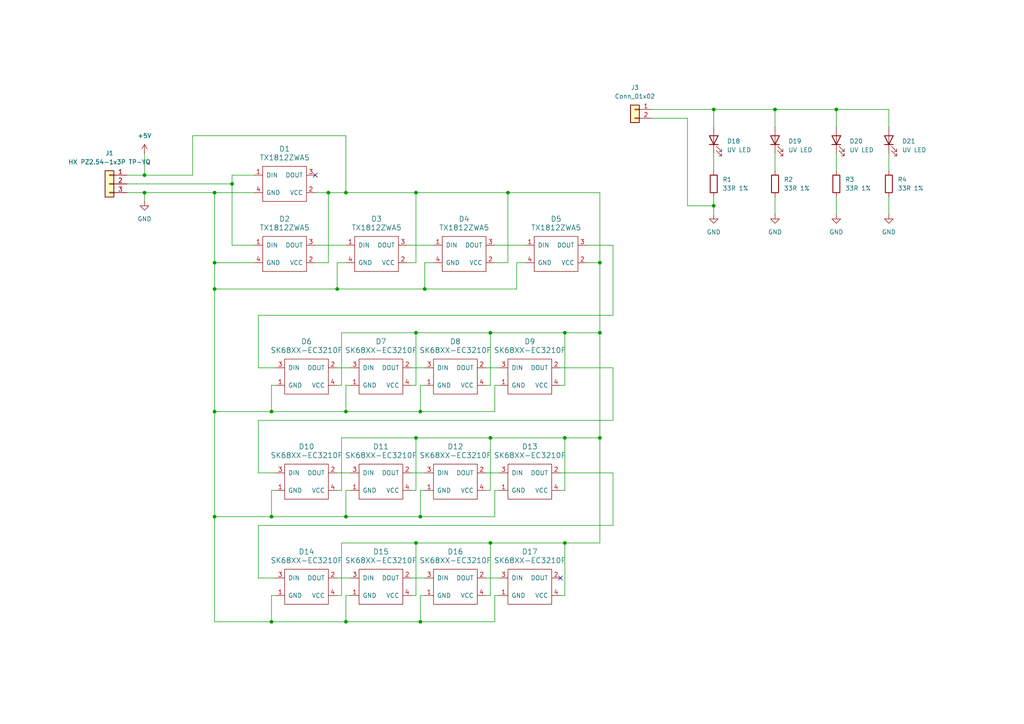
<source format=kicad_sch>
(kicad_sch (version 20231120) (generator "eeschema") (generator_version "8.0")
  (paper "A4")
  (lib_symbols
    (symbol "Connector_Generic:Conn_01x02" (pin_names (offset 1.016) hide)
      (property "Reference" "J" (at 0 2.54 0))
      (property "Value" "Conn_01x02" (at 0 -5.08 0))
      (symbol "Conn_01x02_1_1"
        (rectangle (start -1.27 -2.413) (end 0 -2.667) (stroke (width 0.1524)))
        (rectangle (start -1.27 0.127) (end 0 -0.127) (stroke (width 0.1524)))
        (rectangle (start -1.27 1.27) (end 1.27 -3.81) (stroke (width 0.254)) (fill (type background)))
        (pin passive line (at -5.08 0 0) (length 3.81) (name "Pin_1") (number "1"))
        (pin passive line (at -5.08 -2.54 0) (length 3.81) (name "Pin_2") (number "2"))
      )
    )
    (symbol "Connector_Generic:Conn_01x03" (pin_names (offset 1.016) hide)
      (property "Reference" "J" (at 0 5.08 0))
      (property "Value" "Conn_01x03" (at 0 -5.08 0))
      (symbol "Conn_01x03_1_1"
        (rectangle (start -1.27 -2.413) (end 0 -2.667) (stroke (width 0.1524)))
        (rectangle (start -1.27 0.127) (end 0 -0.127) (stroke (width 0.1524)))
        (rectangle (start -1.27 2.667) (end 0 2.413) (stroke (width 0.1524)))
        (rectangle (start -1.27 3.81) (end 1.27 -3.81) (stroke (width 0.254)) (fill (type background)))
        (pin passive line (at -5.08 2.54 0) (length 3.81) (name "Pin_1") (number "1"))
        (pin passive line (at -5.08 0 0) (length 3.81) (name "Pin_2") (number "2"))
        (pin passive line (at -5.08 -2.54 0) (length 3.81) (name "Pin_3") (number "3"))
      )
    )
    (symbol "Device:LED" (pin_numbers hide) (pin_names (offset 1.016) hide)
      (property "Reference" "D" (at 0 2.54 0))
      (property "Value" "LED" (at 0 -2.54 0))
      (symbol "LED_0_1"
        (polyline (pts (xy -1.27 -1.27) (xy -1.27 1.27)) (stroke (width 0.254)))
        (polyline (pts (xy -1.27 0) (xy 1.27 0)))
        (polyline (pts (xy 1.27 -1.27) (xy 1.27 1.27) (xy -1.27 0) (xy 1.27 -1.27)) (stroke (width 0.254)))
        (polyline (pts (xy -3.048 -0.762) (xy -4.572 -2.286) (xy -3.81 -2.286) (xy -4.572 -2.286) (xy -4.572 -1.524)))
        (polyline (pts (xy -1.778 -0.762) (xy -3.302 -2.286) (xy -2.54 -2.286) (xy -3.302 -2.286) (xy -3.302 -1.524)))
      )
      (symbol "LED_1_1"
        (pin passive line (at -3.81 0 0) (length 2.54) (name "K") (number "1"))
        (pin passive line (at 3.81 0 180) (length 2.54) (name "A") (number "2"))
      )
    )
    (symbol "Device:R" (pin_numbers hide) (pin_names (offset 0))
      (property "Reference" "R" (at 2.032 0 90))
      (property "Value" "R" (at 0 0 90))
      (symbol "R_0_1"
        (rectangle (start -1.016 -2.54) (end 1.016 2.54) (stroke (width 0.254)))
      )
      (symbol "R_1_1"
        (pin passive line (at 0 3.81 270) (length 1.27) (name "~") (number "1"))
        (pin passive line (at 0 -3.81 90) (length 1.27) (name "~") (number "2"))
      )
    )
    (symbol "Pixels-dice:SK68XX-EC3210F" (pin_names (offset 1.016))
      (property "Reference" "D" (at 0 -6.35 0))
      (property "Value" "SK68XX-EC3210F" (at 0 6.35 0))
      (symbol "SK68XX-EC3210F_0_1"
        (rectangle (start -6.35 5.08) (end 6.35 -5.08))
      )
      (symbol "SK68XX-EC3210F_1_1"
        (pin power_in line (at -8.89 -2.54 0) (length 2.54) (name "GND") (number "1"))
        (pin output line (at 8.89 2.54 180) (length 2.54) (name "DOUT") (number "2"))
        (pin input line (at -8.89 2.54 0) (length 2.54) (name "DIN") (number "3"))
        (pin power_in line (at 8.89 -2.54 180) (length 2.54) (name "VCC") (number "4"))
      )
    )
    (symbol "Pixels-dice:TX1812Z_2020" (pin_names (offset 1.016))
      (property "Reference" "D" (at 0 -6.35 0))
      (property "Value" "TX1812Z-2020" (at 0 6.35 0))
      (symbol "TX1812Z_2020_0_1"
        (rectangle (start -6.35 5.08) (end 6.35 -5.08))
      )
      (symbol "TX1812Z_2020_1_1"
        (pin input line (at -8.89 2.54 0) (length 2.54) (name "DIN") (number "1"))
        (pin power_in line (at 8.89 -2.54 180) (length 2.54) (name "VCC") (number "2"))
        (pin output line (at 8.89 2.54 180) (length 2.54) (name "DOUT") (number "3"))
        (pin power_in line (at -8.89 -2.54 0) (length 2.54) (name "GND") (number "4"))
      )
    )
    (symbol "power:+5V" (power) (pin_numbers hide) (pin_names (offset 0) hide)
      (property "Value" "+5V" (at 0 3.556 0))
      (symbol "+5V_0_1"
        (polyline (pts (xy -0.762 1.27) (xy 0 2.54)))
        (polyline (pts (xy 0 0) (xy 0 2.54)))
        (polyline (pts (xy 0 2.54) (xy 0.762 1.27)))
      )
      (symbol "+5V_1_1"
        (pin power_in line (at 0 0 90) (length 0) (name "~") (number "1"))
      )
    )
    (symbol "power:GND" (power) (pin_numbers hide) (pin_names (offset 0) hide)
      (property "Value" "GND" (at 0 -3.81 0))
      (symbol "GND_0_1"
        (polyline (pts (xy 0 0) (xy 0 -1.27) (xy 1.27 -1.27) (xy 0 -2.54) (xy -1.27 -1.27) (xy 0 -1.27)))
      )
      (symbol "GND_1_1"
        (pin power_in line (at 0 0 270) (length 0) (name "~") (number "1"))
      )
    )
  )
  (junction (at 95.25 55.88))
  (junction (at 142.24 157.48))
  (junction (at 62.23 119.38))
  (junction (at 78.74 149.86))
  (junction (at 120.65 157.48))
  (junction (at 121.92 180.34))
  (junction (at 78.74 180.34))
  (junction (at 120.65 55.88))
  (junction (at 123.19 83.82))
  (junction (at 147.32 55.88))
  (junction (at 120.65 127))
  (junction (at 121.92 119.38))
  (junction (at 142.24 96.52))
  (junction (at 207.01 31.75))
  (junction (at 62.23 76.2))
  (junction (at 41.91 50.8))
  (junction (at 100.33 119.38))
  (junction (at 100.33 55.88))
  (junction (at 173.99 76.2))
  (junction (at 163.83 157.48))
  (junction (at 121.92 149.86))
  (junction (at 242.57 31.75))
  (junction (at 67.31 53.34))
  (junction (at 142.24 127))
  (junction (at 78.74 119.38))
  (junction (at 62.23 83.82))
  (junction (at 62.23 55.88))
  (junction (at 207.01 59.69))
  (junction (at 120.65 96.52))
  (junction (at 100.33 149.86))
  (junction (at 100.33 180.34))
  (junction (at 41.91 55.88))
  (junction (at 163.83 96.52))
  (junction (at 163.83 127))
  (junction (at 97.79 83.82))
  (junction (at 224.79 31.75))
  (junction (at 173.99 127))
  (junction (at 173.99 96.52))
  (junction (at 62.23 149.86))
  (no_connect (at 162.56 167.64))
  (no_connect (at 91.44 50.8))
  (wire (pts (xy 99.06 127) (xy 99.06 142.24)))
  (wire (pts (xy 100.33 55.88) (xy 95.25 55.88)))
  (wire (pts (xy 62.23 119.38) (xy 62.23 149.86)))
  (wire (pts (xy 149.86 83.82) (xy 149.86 76.2)))
  (wire (pts (xy 119.38 167.64) (xy 123.19 167.64)))
  (wire (pts (xy 142.24 127) (xy 120.65 127)))
  (wire (pts (xy 173.99 96.52) (xy 163.83 96.52)))
  (wire (pts (xy 97.79 167.64) (xy 101.6 167.64)))
  (wire (pts (xy 147.32 55.88) (xy 147.32 76.2)))
  (wire (pts (xy 120.65 142.24) (xy 120.65 127)))
  (wire (pts (xy 101.6 142.24) (xy 100.33 142.24)))
  (wire (pts (xy 143.51 149.86) (xy 143.51 142.24)))
  (wire (pts (xy 78.74 180.34) (xy 100.33 180.34)))
  (wire (pts (xy 177.8 152.4) (xy 74.93 152.4)))
  (wire (pts (xy 140.97 137.16) (xy 144.78 137.16)))
  (wire (pts (xy 257.81 31.75) (xy 257.81 36.83)))
  (wire (pts (xy 207.01 57.15) (xy 207.01 59.69)))
  (wire (pts (xy 120.65 76.2) (xy 118.11 76.2)))
  (wire (pts (xy 177.8 91.44) (xy 74.93 91.44)))
  (wire (pts (xy 62.23 149.86) (xy 62.23 180.34)))
  (wire (pts (xy 142.24 96.52) (xy 120.65 96.52)))
  (wire (pts (xy 123.19 172.72) (xy 121.92 172.72)))
  (wire (pts (xy 143.51 111.76) (xy 144.78 111.76)))
  (wire (pts (xy 242.57 31.75) (xy 257.81 31.75)))
  (wire (pts (xy 99.06 111.76) (xy 97.79 111.76)))
  (wire (pts (xy 140.97 111.76) (xy 142.24 111.76)))
  (wire (pts (xy 199.39 34.29) (xy 199.39 59.69)))
  (wire (pts (xy 119.38 172.72) (xy 120.65 172.72)))
  (wire (pts (xy 173.99 157.48) (xy 163.83 157.48)))
  (wire (pts (xy 99.06 96.52) (xy 99.06 111.76)))
  (wire (pts (xy 100.33 119.38) (xy 121.92 119.38)))
  (wire (pts (xy 67.31 53.34) (xy 67.31 71.12)))
  (wire (pts (xy 163.83 157.48) (xy 142.24 157.48)))
  (wire (pts (xy 173.99 127) (xy 163.83 127)))
  (wire (pts (xy 163.83 127) (xy 142.24 127)))
  (wire (pts (xy 118.11 71.12) (xy 125.73 71.12)))
  (wire (pts (xy 143.51 71.12) (xy 152.4 71.12)))
  (wire (pts (xy 120.65 111.76) (xy 120.65 96.52)))
  (wire (pts (xy 62.23 83.82) (xy 97.79 83.82)))
  (wire (pts (xy 100.33 55.88) (xy 120.65 55.88)))
  (wire (pts (xy 99.06 172.72) (xy 97.79 172.72)))
  (wire (pts (xy 62.23 119.38) (xy 78.74 119.38)))
  (wire (pts (xy 80.01 142.24) (xy 78.74 142.24)))
  (wire (pts (xy 189.23 34.29) (xy 199.39 34.29)))
  (wire (pts (xy 119.38 106.68) (xy 123.19 106.68)))
  (wire (pts (xy 121.92 172.72) (xy 121.92 180.34)))
  (wire (pts (xy 173.99 55.88) (xy 173.99 76.2)))
  (wire (pts (xy 207.01 44.45) (xy 207.01 49.53)))
  (wire (pts (xy 142.24 96.52) (xy 142.24 111.76)))
  (wire (pts (xy 162.56 111.76) (xy 163.83 111.76)))
  (wire (pts (xy 95.25 55.88) (xy 91.44 55.88)))
  (wire (pts (xy 142.24 157.48) (xy 142.24 172.72)))
  (wire (pts (xy 162.56 137.16) (xy 177.8 137.16)))
  (wire (pts (xy 121.92 180.34) (xy 143.51 180.34)))
  (wire (pts (xy 162.56 142.24) (xy 163.83 142.24)))
  (wire (pts (xy 242.57 57.15) (xy 242.57 62.23)))
  (wire (pts (xy 242.57 44.45) (xy 242.57 49.53)))
  (wire (pts (xy 142.24 157.48) (xy 120.65 157.48)))
  (wire (pts (xy 140.97 172.72) (xy 142.24 172.72)))
  (wire (pts (xy 41.91 55.88) (xy 62.23 55.88)))
  (wire (pts (xy 78.74 142.24) (xy 78.74 149.86)))
  (wire (pts (xy 74.93 167.64) (xy 80.01 167.64)))
  (wire (pts (xy 62.23 76.2) (xy 62.23 83.82)))
  (wire (pts (xy 123.19 83.82) (xy 149.86 83.82)))
  (wire (pts (xy 97.79 137.16) (xy 101.6 137.16)))
  (wire (pts (xy 67.31 71.12) (xy 73.66 71.12)))
  (wire (pts (xy 120.65 55.88) (xy 120.65 76.2)))
  (wire (pts (xy 224.79 31.75) (xy 242.57 31.75)))
  (wire (pts (xy 163.83 111.76) (xy 163.83 96.52)))
  (wire (pts (xy 121.92 142.24) (xy 121.92 149.86)))
  (wire (pts (xy 207.01 59.69) (xy 207.01 62.23)))
  (wire (pts (xy 120.65 157.48) (xy 99.06 157.48)))
  (wire (pts (xy 173.99 127) (xy 173.99 157.48)))
  (wire (pts (xy 177.8 71.12) (xy 177.8 91.44)))
  (wire (pts (xy 123.19 83.82) (xy 123.19 76.2)))
  (wire (pts (xy 143.51 142.24) (xy 144.78 142.24)))
  (wire (pts (xy 41.91 44.45) (xy 41.91 50.8)))
  (wire (pts (xy 120.65 55.88) (xy 147.32 55.88)))
  (wire (pts (xy 97.79 106.68) (xy 101.6 106.68)))
  (wire (pts (xy 101.6 111.76) (xy 100.33 111.76)))
  (wire (pts (xy 120.65 96.52) (xy 99.06 96.52)))
  (wire (pts (xy 149.86 76.2) (xy 152.4 76.2)))
  (wire (pts (xy 119.38 137.16) (xy 123.19 137.16)))
  (wire (pts (xy 207.01 31.75) (xy 207.01 36.83)))
  (wire (pts (xy 73.66 50.8) (xy 67.31 50.8)))
  (wire (pts (xy 142.24 127) (xy 142.24 142.24)))
  (wire (pts (xy 80.01 111.76) (xy 78.74 111.76)))
  (wire (pts (xy 199.39 59.69) (xy 207.01 59.69)))
  (wire (pts (xy 189.23 31.75) (xy 207.01 31.75)))
  (wire (pts (xy 119.38 142.24) (xy 120.65 142.24)))
  (wire (pts (xy 120.65 127) (xy 99.06 127)))
  (wire (pts (xy 95.25 76.2) (xy 91.44 76.2)))
  (wire (pts (xy 41.91 55.88) (xy 41.91 58.42)))
  (wire (pts (xy 143.51 180.34) (xy 143.51 172.72)))
  (wire (pts (xy 121.92 111.76) (xy 121.92 119.38)))
  (wire (pts (xy 224.79 44.45) (xy 224.79 49.53)))
  (wire (pts (xy 67.31 50.8) (xy 67.31 53.34)))
  (wire (pts (xy 74.93 91.44) (xy 74.93 106.68)))
  (wire (pts (xy 121.92 149.86) (xy 143.51 149.86)))
  (wire (pts (xy 163.83 96.52) (xy 142.24 96.52)))
  (wire (pts (xy 123.19 142.24) (xy 121.92 142.24)))
  (wire (pts (xy 78.74 111.76) (xy 78.74 119.38)))
  (wire (pts (xy 41.91 50.8) (xy 55.88 50.8)))
  (wire (pts (xy 163.83 142.24) (xy 163.83 127)))
  (wire (pts (xy 80.01 172.72) (xy 78.74 172.72)))
  (wire (pts (xy 55.88 39.37) (xy 100.33 39.37)))
  (wire (pts (xy 120.65 172.72) (xy 120.65 157.48)))
  (wire (pts (xy 123.19 111.76) (xy 121.92 111.76)))
  (wire (pts (xy 177.8 137.16) (xy 177.8 152.4)))
  (wire (pts (xy 173.99 76.2) (xy 170.18 76.2)))
  (wire (pts (xy 74.93 152.4) (xy 74.93 167.64)))
  (wire (pts (xy 62.23 83.82) (xy 62.23 119.38)))
  (wire (pts (xy 62.23 76.2) (xy 73.66 76.2)))
  (wire (pts (xy 91.44 71.12) (xy 100.33 71.12)))
  (wire (pts (xy 97.79 83.82) (xy 123.19 83.82)))
  (wire (pts (xy 140.97 142.24) (xy 142.24 142.24)))
  (wire (pts (xy 62.23 180.34) (xy 78.74 180.34)))
  (wire (pts (xy 224.79 57.15) (xy 224.79 62.23)))
  (wire (pts (xy 173.99 76.2) (xy 173.99 96.52)))
  (wire (pts (xy 170.18 71.12) (xy 177.8 71.12)))
  (wire (pts (xy 62.23 149.86) (xy 78.74 149.86)))
  (wire (pts (xy 100.33 180.34) (xy 121.92 180.34)))
  (wire (pts (xy 140.97 106.68) (xy 144.78 106.68)))
  (wire (pts (xy 162.56 106.68) (xy 177.8 106.68)))
  (wire (pts (xy 67.31 53.34) (xy 36.83 53.34)))
  (wire (pts (xy 97.79 83.82) (xy 97.79 76.2)))
  (wire (pts (xy 78.74 172.72) (xy 78.74 180.34)))
  (wire (pts (xy 224.79 31.75) (xy 224.79 36.83)))
  (wire (pts (xy 101.6 172.72) (xy 100.33 172.72)))
  (wire (pts (xy 62.23 55.88) (xy 62.23 76.2)))
  (wire (pts (xy 74.93 106.68) (xy 80.01 106.68)))
  (wire (pts (xy 163.83 172.72) (xy 163.83 157.48)))
  (wire (pts (xy 55.88 50.8) (xy 55.88 39.37)))
  (wire (pts (xy 78.74 119.38) (xy 100.33 119.38)))
  (wire (pts (xy 100.33 142.24) (xy 100.33 149.86)))
  (wire (pts (xy 257.81 57.15) (xy 257.81 62.23)))
  (wire (pts (xy 100.33 149.86) (xy 121.92 149.86)))
  (wire (pts (xy 140.97 167.64) (xy 144.78 167.64)))
  (wire (pts (xy 119.38 111.76) (xy 120.65 111.76)))
  (wire (pts (xy 36.83 55.88) (xy 41.91 55.88)))
  (wire (pts (xy 147.32 76.2) (xy 143.51 76.2)))
  (wire (pts (xy 36.83 50.8) (xy 41.91 50.8)))
  (wire (pts (xy 123.19 76.2) (xy 125.73 76.2)))
  (wire (pts (xy 207.01 31.75) (xy 224.79 31.75)))
  (wire (pts (xy 74.93 137.16) (xy 80.01 137.16)))
  (wire (pts (xy 162.56 172.72) (xy 163.83 172.72)))
  (wire (pts (xy 147.32 55.88) (xy 173.99 55.88)))
  (wire (pts (xy 143.51 172.72) (xy 144.78 172.72)))
  (wire (pts (xy 100.33 172.72) (xy 100.33 180.34)))
  (wire (pts (xy 177.8 121.92) (xy 74.93 121.92)))
  (wire (pts (xy 62.23 55.88) (xy 73.66 55.88)))
  (wire (pts (xy 78.74 149.86) (xy 100.33 149.86)))
  (wire (pts (xy 121.92 119.38) (xy 143.51 119.38)))
  (wire (pts (xy 257.81 44.45) (xy 257.81 49.53)))
  (wire (pts (xy 97.79 76.2) (xy 100.33 76.2)))
  (wire (pts (xy 173.99 96.52) (xy 173.99 127)))
  (wire (pts (xy 100.33 111.76) (xy 100.33 119.38)))
  (wire (pts (xy 100.33 39.37) (xy 100.33 55.88)))
  (wire (pts (xy 143.51 119.38) (xy 143.51 111.76)))
  (wire (pts (xy 95.25 55.88) (xy 95.25 76.2)))
  (wire (pts (xy 99.06 142.24) (xy 97.79 142.24)))
  (wire (pts (xy 177.8 106.68) (xy 177.8 121.92)))
  (wire (pts (xy 74.93 121.92) (xy 74.93 137.16)))
  (wire (pts (xy 242.57 31.75) (xy 242.57 36.83)))
  (wire (pts (xy 99.06 157.48) (xy 99.06 172.72)))
  (symbol (lib_id "power:GND") (at 224.79 62.23 0) (unit 1)
    (property "Reference" "#PWR06" (effects (hide yes)))
    (property "Value" "GND" (at 224.79 67.31 0))
    (property "Description" "Power symbol creates a global label with name \"GND\" , ground" (effects (hide yes)))
  )
  (symbol (lib_id "Device:R") (at 224.79 53.34 0) (unit 1)
    (property "Reference" "R2" (at 227.33 52.0699 0) (effects (justify left)))
    (property "Value" "33R 1%" (at 227.33 54.6099 0) (effects (justify left)))
    (property "Footprint" "Resistor_SMD:R_0402_1005Metric" (effects (hide yes)))
    (property "Description" "Resistor" (effects (hide yes)))
    (property "Manufacturer" "UNI-ROYAL(Uniroyal Elec)" (effects (hide yes)))
    (property "Manufacturer Part Number" "0402WGF330JTCE" (effects (hide yes)))
  )
  (symbol (lib_id "power:GND") (at 242.57 62.23 0) (unit 1)
    (property "Reference" "#PWR08" (effects (hide yes)))
    (property "Value" "GND" (at 242.57 67.31 0))
    (property "Description" "Power symbol creates a global label with name \"GND\" , ground" (effects (hide yes)))
  )
  (symbol (lib_id "Pixels-dice:SK68XX-EC3210F") (at 153.67 170.18 0) (unit 1)
    (property "Reference" "D17" (at 153.67 160.02 0) (effects (font (size 1.524 1.524))))
    (property "Value" "SK68XX-EC3210F" (at 153.67 162.56 0) (effects (font (size 1.524 1.524))))
    (property "Footprint" "Pixels-dice:SK68XX-EC3210F" (effects (hide yes)))
  )
  (symbol (lib_id "Device:R") (at 242.57 53.34 0) (unit 1)
    (property "Reference" "R3" (at 245.11 52.0699 0) (effects (justify left)))
    (property "Value" "33R 1%" (at 245.11 54.6099 0) (effects (justify left)))
    (property "Footprint" "Resistor_SMD:R_0402_1005Metric" (effects (hide yes)))
    (property "Description" "Resistor" (effects (hide yes)))
    (property "Manufacturer" "UNI-ROYAL(Uniroyal Elec)" (effects (hide yes)))
    (property "Manufacturer Part Number" "0402WGF330JTCE" (effects (hide yes)))
  )
  (symbol (lib_id "Device:R") (at 207.01 53.34 0) (unit 1)
    (property "Reference" "R1" (at 209.55 52.0699 0) (effects (justify left)))
    (property "Value" "33R 1%" (at 209.55 54.6099 0) (effects (justify left)))
    (property "Footprint" "Resistor_SMD:R_0402_1005Metric" (effects (hide yes)))
    (property "Description" "Resistor" (effects (hide yes)))
    (property "Manufacturer" "UNI-ROYAL(Uniroyal Elec)" (effects (hide yes)))
    (property "Manufacturer Part Number" "0402WGF330JTCE" (effects (hide yes)))
  )
  (symbol (lib_id "Pixels-dice:SK68XX-EC3210F") (at 153.67 139.7 0) (unit 1)
    (property "Reference" "D13" (at 153.67 129.54 0) (effects (font (size 1.524 1.524))))
    (property "Value" "SK68XX-EC3210F" (at 153.67 132.08 0) (effects (font (size 1.524 1.524))))
    (property "Footprint" "Pixels-dice:SK68XX-EC3210F" (effects (hide yes)))
  )
  (symbol (lib_id "Device:LED") (at 242.57 40.64 90) (unit 1)
    (property "Reference" "D20" (at 246.38 40.9574 90) (effects (justify right)))
    (property "Value" "UV LED" (at 246.38 43.4974 90) (effects (justify right)))
    (property "Footprint" "Pixels-dice:MHP1016UVACT" (effects (hide yes)))
    (property "Description" "Light emitting diode" (effects (hide yes)))
    (property "Manufacturer Part Number" "MHP1016UVACT" (effects (hide yes)))
    (property "Manufacturer" "MEIHUA" (effects (hide yes)))
  )
  (symbol (lib_id "Pixels-dice:SK68XX-EC3210F") (at 88.9 139.7 0) (unit 1)
    (property "Reference" "D10" (at 88.9 129.54 0) (effects (font (size 1.524 1.524))))
    (property "Value" "SK68XX-EC3210F" (at 88.9 132.08 0) (effects (font (size 1.524 1.524))))
    (property "Footprint" "Pixels-dice:SK68XX-EC3210F" (effects (hide yes)))
  )
  (symbol (lib_id "Pixels-dice:SK68XX-EC3210F") (at 110.49 139.7 0) (unit 1)
    (property "Reference" "D11" (at 110.49 129.54 0) (effects (font (size 1.524 1.524))))
    (property "Value" "SK68XX-EC3210F" (at 110.49 132.08 0) (effects (font (size 1.524 1.524))))
    (property "Footprint" "Pixels-dice:SK68XX-EC3210F" (effects (hide yes)))
  )
  (symbol (lib_id "Connector_Generic:Conn_01x03") (at 31.75 53.34 0) (mirror y) (unit 1)
    (property "Reference" "J1" (at 31.75 44.45 0))
    (property "Value" "HX PZ2.54-1x3P TP-YQ" (at 31.75 46.99 0))
    (property "Footprint" "Connector_PinHeader_2.54mm:PinHeader_1x03_P2.54mm_Vertical_SMD_Pin1Left" (effects (hide yes)))
    (property "Description" "Generic connector, single row, 01x03, script generated (kicad-library-utils/schlib/autogen/connector/)" (effects (hide yes)))
  )
  (symbol (lib_id "Pixels-dice:TX1812Z_2020") (at 82.55 73.66 0) (unit 1)
    (property "Reference" "D2" (at 82.55 63.5 0) (effects (font (size 1.524 1.524))))
    (property "Value" "TX1812ZWA5" (at 82.55 66.04 0) (effects (font (size 1.524 1.524))))
    (property "Footprint" "Pixels-dice:TX1812Z_2020" (effects (hide yes)))
  )
  (symbol (lib_id "Pixels-dice:SK68XX-EC3210F") (at 132.08 170.18 0) (unit 1)
    (property "Reference" "D16" (at 132.08 160.02 0) (effects (font (size 1.524 1.524))))
    (property "Value" "SK68XX-EC3210F" (at 132.08 162.56 0) (effects (font (size 1.524 1.524))))
    (property "Footprint" "Pixels-dice:SK68XX-EC3210F" (effects (hide yes)))
  )
  (symbol (lib_id "Device:LED") (at 257.81 40.64 90) (unit 1)
    (property "Reference" "D21" (at 261.62 40.9574 90) (effects (justify right)))
    (property "Value" "UV LED" (at 261.62 43.4974 90) (effects (justify right)))
    (property "Footprint" "Pixels-dice:MHP1016UVACT" (effects (hide yes)))
    (property "Description" "Light emitting diode" (effects (hide yes)))
    (property "Manufacturer Part Number" "MHP1016UVACT" (effects (hide yes)))
    (property "Manufacturer" "MEIHUA" (effects (hide yes)))
  )
  (symbol (lib_id "Pixels-dice:TX1812Z_2020") (at 82.55 53.34 0) (unit 1)
    (property "Reference" "D1" (at 82.55 43.18 0) (effects (font (size 1.524 1.524))))
    (property "Value" "TX1812ZWA5" (at 82.55 45.72 0) (effects (font (size 1.524 1.524))))
    (property "Footprint" "Pixels-dice:TX1812Z_2020" (effects (hide yes)))
  )
  (symbol (lib_id "power:GND") (at 207.01 62.23 0) (unit 1)
    (property "Reference" "#PWR02" (effects (hide yes)))
    (property "Value" "GND" (at 207.01 67.31 0))
    (property "Description" "Power symbol creates a global label with name \"GND\" , ground" (effects (hide yes)))
  )
  (symbol (lib_id "Pixels-dice:SK68XX-EC3210F") (at 132.08 139.7 0) (unit 1)
    (property "Reference" "D12" (at 132.08 129.54 0) (effects (font (size 1.524 1.524))))
    (property "Value" "SK68XX-EC3210F" (at 132.08 132.08 0) (effects (font (size 1.524 1.524))))
    (property "Footprint" "Pixels-dice:SK68XX-EC3210F" (effects (hide yes)))
  )
  (symbol (lib_id "Pixels-dice:TX1812Z_2020") (at 134.62 73.66 0) (unit 1)
    (property "Reference" "D4" (at 134.62 63.5 0) (effects (font (size 1.524 1.524))))
    (property "Value" "TX1812ZWA5" (at 134.62 66.04 0) (effects (font (size 1.524 1.524))))
    (property "Footprint" "Pixels-dice:TX1812Z_2020" (effects (hide yes)))
  )
  (symbol (lib_id "Pixels-dice:SK68XX-EC3210F") (at 132.08 109.22 0) (unit 1)
    (property "Reference" "D8" (at 132.08 99.06 0) (effects (font (size 1.524 1.524))))
    (property "Value" "SK68XX-EC3210F" (at 132.08 101.6 0) (effects (font (size 1.524 1.524))))
    (property "Footprint" "Pixels-dice:SK68XX-EC3210F" (effects (hide yes)))
  )
  (symbol (lib_id "Pixels-dice:SK68XX-EC3210F") (at 88.9 109.22 0) (unit 1)
    (property "Reference" "D6" (at 88.9 99.06 0) (effects (font (size 1.524 1.524))))
    (property "Value" "SK68XX-EC3210F" (at 88.9 101.6 0) (effects (font (size 1.524 1.524))))
    (property "Footprint" "Pixels-dice:SK68XX-EC3210F" (effects (hide yes)))
  )
  (symbol (lib_id "power:GND") (at 257.81 62.23 0) (unit 1)
    (property "Reference" "#PWR010" (effects (hide yes)))
    (property "Value" "GND" (at 257.81 67.31 0))
    (property "Description" "Power symbol creates a global label with name \"GND\" , ground" (effects (hide yes)))
  )
  (symbol (lib_id "Pixels-dice:SK68XX-EC3210F") (at 153.67 109.22 0) (unit 1)
    (property "Reference" "D9" (at 153.67 99.06 0) (effects (font (size 1.524 1.524))))
    (property "Value" "SK68XX-EC3210F" (at 153.67 101.6 0) (effects (font (size 1.524 1.524))))
    (property "Footprint" "Pixels-dice:SK68XX-EC3210F" (effects (hide yes)))
  )
  (symbol (lib_id "power:+5V") (at 41.91 44.45 0) (unit 1)
    (property "Reference" "#PWR03" (effects (hide yes)))
    (property "Value" "+5V" (at 41.91 39.37 0))
    (property "Description" "Power symbol creates a global label with name \"+5V\"" (effects (hide yes)))
  )
  (symbol (lib_id "Device:LED") (at 224.79 40.64 90) (unit 1)
    (property "Reference" "D19" (at 228.6 40.9574 90) (effects (justify right)))
    (property "Value" "UV LED" (at 228.6 43.4974 90) (effects (justify right)))
    (property "Footprint" "Pixels-dice:MHP1016UVACT" (effects (hide yes)))
    (property "Description" "Light emitting diode" (effects (hide yes)))
    (property "Manufacturer Part Number" "MHP1016UVACT" (effects (hide yes)))
    (property "Manufacturer" "MEIHUA" (effects (hide yes)))
  )
  (symbol (lib_id "Device:LED") (at 207.01 40.64 90) (unit 1)
    (property "Reference" "D18" (at 210.82 40.9574 90) (effects (justify right)))
    (property "Value" "UV LED" (at 210.82 43.4974 90) (effects (justify right)))
    (property "Footprint" "Pixels-dice:MHP1016UVACT" (effects (hide yes)))
    (property "Description" "Light emitting diode" (effects (hide yes)))
    (property "Manufacturer Part Number" "MHP1016UVACT" (effects (hide yes)))
    (property "Manufacturer" "MEIHUA" (effects (hide yes)))
  )
  (symbol (lib_id "Connector_Generic:Conn_01x02") (at 184.15 31.75 0) (mirror y) (unit 1)
    (property "Reference" "J3" (at 184.15 25.4 0))
    (property "Value" "Conn_01x02" (at 184.15 27.94 0))
    (property "Footprint" "Connector_PinHeader_2.54mm:PinHeader_1x02_P2.54mm_Vertical" (effects (hide yes)))
    (property "Description" "Generic connector, single row, 01x02, script generated (kicad-library-utils/schlib/autogen/connector/)" (effects (hide yes)))
  )
  (symbol (lib_id "Pixels-dice:SK68XX-EC3210F") (at 110.49 170.18 0) (unit 1)
    (property "Reference" "D15" (at 110.49 160.02 0) (effects (font (size 1.524 1.524))))
    (property "Value" "SK68XX-EC3210F" (at 110.49 162.56 0) (effects (font (size 1.524 1.524))))
    (property "Footprint" "Pixels-dice:SK68XX-EC3210F" (effects (hide yes)))
  )
  (symbol (lib_id "power:GND") (at 41.91 58.42 0) (unit 1)
    (property "Reference" "#PWR01" (effects (hide yes)))
    (property "Value" "GND" (at 41.91 63.5 0))
    (property "Description" "Power symbol creates a global label with name \"GND\" , ground" (effects (hide yes)))
  )
  (symbol (lib_id "Device:R") (at 257.81 53.34 0) (unit 1)
    (property "Reference" "R4" (at 260.35 52.0699 0) (effects (justify left)))
    (property "Value" "33R 1%" (at 260.35 54.6099 0) (effects (justify left)))
    (property "Footprint" "Resistor_SMD:R_0402_1005Metric" (effects (hide yes)))
    (property "Description" "Resistor" (effects (hide yes)))
    (property "Manufacturer" "UNI-ROYAL(Uniroyal Elec)" (effects (hide yes)))
    (property "Manufacturer Part Number" "0402WGF330JTCE" (effects (hide yes)))
  )
  (symbol (lib_id "Pixels-dice:TX1812Z_2020") (at 161.29 73.66 0) (unit 1)
    (property "Reference" "D5" (at 161.29 63.5 0) (effects (font (size 1.524 1.524))))
    (property "Value" "TX1812ZWA5" (at 161.29 66.04 0) (effects (font (size 1.524 1.524))))
    (property "Footprint" "Pixels-dice:TX1812Z_2020" (effects (hide yes)))
  )
  (symbol (lib_id "Pixels-dice:TX1812Z_2020") (at 109.22 73.66 0) (unit 1)
    (property "Reference" "D3" (at 109.22 63.5 0) (effects (font (size 1.524 1.524))))
    (property "Value" "TX1812ZWA5" (at 109.22 66.04 0) (effects (font (size 1.524 1.524))))
    (property "Footprint" "Pixels-dice:TX1812Z_2020" (effects (hide yes)))
  )
  (symbol (lib_id "Pixels-dice:SK68XX-EC3210F") (at 110.49 109.22 0) (unit 1)
    (property "Reference" "D7" (at 110.49 99.06 0) (effects (font (size 1.524 1.524))))
    (property "Value" "SK68XX-EC3210F" (at 110.49 101.6 0) (effects (font (size 1.524 1.524))))
    (property "Footprint" "Pixels-dice:SK68XX-EC3210F" (effects (hide yes)))
  )
  (symbol (lib_id "Pixels-dice:SK68XX-EC3210F") (at 88.9 170.18 0) (unit 1)
    (property "Reference" "D14" (at 88.9 160.02 0) (effects (font (size 1.524 1.524))))
    (property "Value" "SK68XX-EC3210F" (at 88.9 162.56 0) (effects (font (size 1.524 1.524))))
    (property "Footprint" "Pixels-dice:SK68XX-EC3210F" (effects (hide yes)))
  )
)
</source>
